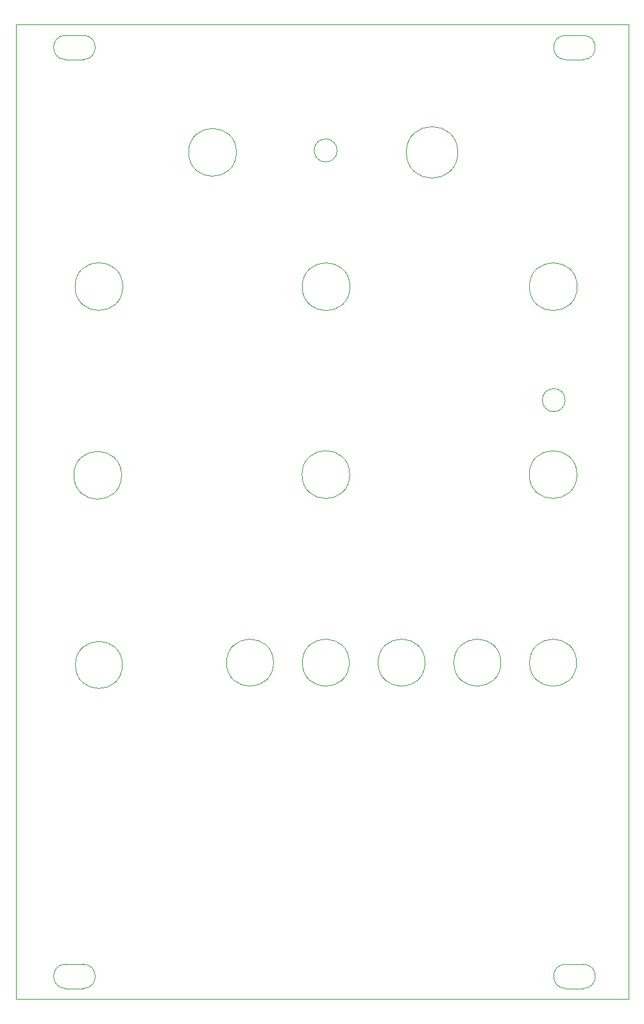
<source format=gbr>
%TF.GenerationSoftware,KiCad,Pcbnew,6.99.0-unknown-0ee7f8e2bd~162~ubuntu22.10.1*%
%TF.CreationDate,2022-11-30T23:28:57+01:00*%
%TF.ProjectId,frontpanel,66726f6e-7470-4616-9e65-6c2e6b696361,rev?*%
%TF.SameCoordinates,Original*%
%TF.FileFunction,Profile,NP*%
%FSLAX46Y46*%
G04 Gerber Fmt 4.6, Leading zero omitted, Abs format (unit mm)*
G04 Created by KiCad (PCBNEW 6.99.0-unknown-0ee7f8e2bd~162~ubuntu22.10.1) date 2022-11-30 23:28:57*
%MOMM*%
%LPD*%
G01*
G04 APERTURE LIST*
%TA.AperFunction,Profile*%
%ADD10C,0.100000*%
%TD*%
G04 APERTURE END LIST*
D10*
X69342000Y-36830000D02*
X150242000Y-36830000D01*
X150242000Y-36830000D02*
X150242000Y-165354000D01*
X150242000Y-165354000D02*
X69342000Y-165354000D01*
X69342000Y-165354000D02*
X69342000Y-36830000D01*
X98470558Y-53669999D02*
G75*
G03*
X98470558Y-53669999I-3150000J0D01*
G01*
X83310000Y-96256000D02*
G75*
G03*
X83310000Y-96256000I-3150000J0D01*
G01*
X127696241Y-53669999D02*
G75*
G03*
X127696241Y-53669999I-3400000J0D01*
G01*
X103370000Y-120966000D02*
G75*
G03*
X103370000Y-120966000I-3100000J0D01*
G01*
X83470000Y-71366000D02*
G75*
G03*
X83470000Y-71366000I-3150000J0D01*
G01*
X113430000Y-96166000D02*
G75*
G03*
X113430000Y-96166000I-3150000J0D01*
G01*
X143450000Y-71386000D02*
G75*
G03*
X143450000Y-71386000I-3150000J0D01*
G01*
X143366000Y-120966000D02*
G75*
G03*
X143366000Y-120966000I-3100000J0D01*
G01*
X133370000Y-120966000D02*
G75*
G03*
X133370000Y-120966000I-3100000J0D01*
G01*
X113460000Y-71386000D02*
G75*
G03*
X113460000Y-71386000I-3150000J0D01*
G01*
X113370000Y-120966000D02*
G75*
G03*
X113370000Y-120966000I-3100000J0D01*
G01*
X123370000Y-120966000D02*
G75*
G03*
X123370000Y-120966000I-3100000J0D01*
G01*
X141866000Y-86346000D02*
G75*
G03*
X141866000Y-86346000I-1510000J0D01*
G01*
X143420000Y-96166000D02*
G75*
G03*
X143420000Y-96166000I-3150000J0D01*
G01*
X83420000Y-121266000D02*
G75*
G03*
X83420000Y-121266000I-3100000J0D01*
G01*
X111756000Y-53416000D02*
G75*
G03*
X111756000Y-53416000I-1510000J0D01*
G01*
%TO.C,H2*%
X141942000Y-38230000D02*
X144242000Y-38230000D01*
X141942000Y-41430000D02*
X144242000Y-41430000D01*
X141942000Y-160730000D02*
X144242000Y-160730000D01*
X141942000Y-163930000D02*
X144242000Y-163930000D01*
X141942000Y-38230000D02*
G75*
G03*
X141942000Y-41430000I0J-1600000D01*
G01*
X141942000Y-160730000D02*
G75*
G03*
X141942000Y-163930000I0J-1600000D01*
G01*
X144242000Y-41430000D02*
G75*
G03*
X144242000Y-38230000I0J1600000D01*
G01*
X144242000Y-163930000D02*
G75*
G03*
X144242000Y-160730000I0J1600000D01*
G01*
%TO.C,H1*%
X75942000Y-38230000D02*
X78242000Y-38230000D01*
X75942000Y-41430000D02*
X78242000Y-41430000D01*
X75942000Y-160730000D02*
X78242000Y-160730000D01*
X75942000Y-163930000D02*
X78242000Y-163930000D01*
X75942000Y-38230000D02*
G75*
G03*
X75942000Y-41430000I0J-1600000D01*
G01*
X75942000Y-160730000D02*
G75*
G03*
X75942000Y-163930000I0J-1600000D01*
G01*
X78242000Y-41430000D02*
G75*
G03*
X78242000Y-38230000I0J1600000D01*
G01*
X78242000Y-163930000D02*
G75*
G03*
X78242000Y-160730000I0J1600000D01*
G01*
%TD*%
M02*

</source>
